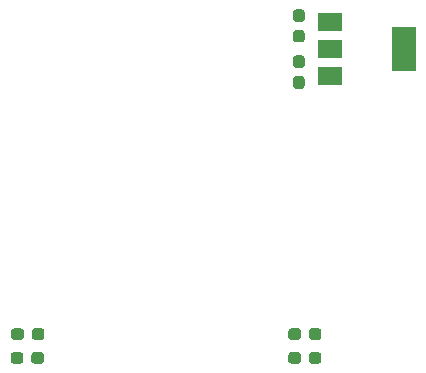
<source format=gbr>
G04 #@! TF.GenerationSoftware,KiCad,Pcbnew,(5.1.5)-3*
G04 #@! TF.CreationDate,2020-05-08T00:55:34-06:00*
G04 #@! TF.ProjectId,camera,63616d65-7261-42e6-9b69-6361645f7063,rev?*
G04 #@! TF.SameCoordinates,Original*
G04 #@! TF.FileFunction,Paste,Top*
G04 #@! TF.FilePolarity,Positive*
%FSLAX46Y46*%
G04 Gerber Fmt 4.6, Leading zero omitted, Abs format (unit mm)*
G04 Created by KiCad (PCBNEW (5.1.5)-3) date 2020-05-08 00:55:34*
%MOMM*%
%LPD*%
G04 APERTURE LIST*
%ADD10C,0.100000*%
%ADD11R,2.000000X3.800000*%
%ADD12R,2.000000X1.500000*%
G04 APERTURE END LIST*
D10*
G36*
X71911779Y-147850144D02*
G01*
X71934834Y-147853563D01*
X71957443Y-147859227D01*
X71979387Y-147867079D01*
X72000457Y-147877044D01*
X72020448Y-147889026D01*
X72039168Y-147902910D01*
X72056438Y-147918562D01*
X72072090Y-147935832D01*
X72085974Y-147954552D01*
X72097956Y-147974543D01*
X72107921Y-147995613D01*
X72115773Y-148017557D01*
X72121437Y-148040166D01*
X72124856Y-148063221D01*
X72126000Y-148086500D01*
X72126000Y-148561500D01*
X72124856Y-148584779D01*
X72121437Y-148607834D01*
X72115773Y-148630443D01*
X72107921Y-148652387D01*
X72097956Y-148673457D01*
X72085974Y-148693448D01*
X72072090Y-148712168D01*
X72056438Y-148729438D01*
X72039168Y-148745090D01*
X72020448Y-148758974D01*
X72000457Y-148770956D01*
X71979387Y-148780921D01*
X71957443Y-148788773D01*
X71934834Y-148794437D01*
X71911779Y-148797856D01*
X71888500Y-148799000D01*
X71313500Y-148799000D01*
X71290221Y-148797856D01*
X71267166Y-148794437D01*
X71244557Y-148788773D01*
X71222613Y-148780921D01*
X71201543Y-148770956D01*
X71181552Y-148758974D01*
X71162832Y-148745090D01*
X71145562Y-148729438D01*
X71129910Y-148712168D01*
X71116026Y-148693448D01*
X71104044Y-148673457D01*
X71094079Y-148652387D01*
X71086227Y-148630443D01*
X71080563Y-148607834D01*
X71077144Y-148584779D01*
X71076000Y-148561500D01*
X71076000Y-148086500D01*
X71077144Y-148063221D01*
X71080563Y-148040166D01*
X71086227Y-148017557D01*
X71094079Y-147995613D01*
X71104044Y-147974543D01*
X71116026Y-147954552D01*
X71129910Y-147935832D01*
X71145562Y-147918562D01*
X71162832Y-147902910D01*
X71181552Y-147889026D01*
X71201543Y-147877044D01*
X71222613Y-147867079D01*
X71244557Y-147859227D01*
X71267166Y-147853563D01*
X71290221Y-147850144D01*
X71313500Y-147849000D01*
X71888500Y-147849000D01*
X71911779Y-147850144D01*
G37*
G36*
X70161779Y-147850144D02*
G01*
X70184834Y-147853563D01*
X70207443Y-147859227D01*
X70229387Y-147867079D01*
X70250457Y-147877044D01*
X70270448Y-147889026D01*
X70289168Y-147902910D01*
X70306438Y-147918562D01*
X70322090Y-147935832D01*
X70335974Y-147954552D01*
X70347956Y-147974543D01*
X70357921Y-147995613D01*
X70365773Y-148017557D01*
X70371437Y-148040166D01*
X70374856Y-148063221D01*
X70376000Y-148086500D01*
X70376000Y-148561500D01*
X70374856Y-148584779D01*
X70371437Y-148607834D01*
X70365773Y-148630443D01*
X70357921Y-148652387D01*
X70347956Y-148673457D01*
X70335974Y-148693448D01*
X70322090Y-148712168D01*
X70306438Y-148729438D01*
X70289168Y-148745090D01*
X70270448Y-148758974D01*
X70250457Y-148770956D01*
X70229387Y-148780921D01*
X70207443Y-148788773D01*
X70184834Y-148794437D01*
X70161779Y-148797856D01*
X70138500Y-148799000D01*
X69563500Y-148799000D01*
X69540221Y-148797856D01*
X69517166Y-148794437D01*
X69494557Y-148788773D01*
X69472613Y-148780921D01*
X69451543Y-148770956D01*
X69431552Y-148758974D01*
X69412832Y-148745090D01*
X69395562Y-148729438D01*
X69379910Y-148712168D01*
X69366026Y-148693448D01*
X69354044Y-148673457D01*
X69344079Y-148652387D01*
X69336227Y-148630443D01*
X69330563Y-148607834D01*
X69327144Y-148584779D01*
X69326000Y-148561500D01*
X69326000Y-148086500D01*
X69327144Y-148063221D01*
X69330563Y-148040166D01*
X69336227Y-148017557D01*
X69344079Y-147995613D01*
X69354044Y-147974543D01*
X69366026Y-147954552D01*
X69379910Y-147935832D01*
X69395562Y-147918562D01*
X69412832Y-147902910D01*
X69431552Y-147889026D01*
X69451543Y-147877044D01*
X69472613Y-147867079D01*
X69494557Y-147859227D01*
X69517166Y-147853563D01*
X69540221Y-147850144D01*
X69563500Y-147849000D01*
X70138500Y-147849000D01*
X70161779Y-147850144D01*
G37*
G36*
X93669779Y-147850144D02*
G01*
X93692834Y-147853563D01*
X93715443Y-147859227D01*
X93737387Y-147867079D01*
X93758457Y-147877044D01*
X93778448Y-147889026D01*
X93797168Y-147902910D01*
X93814438Y-147918562D01*
X93830090Y-147935832D01*
X93843974Y-147954552D01*
X93855956Y-147974543D01*
X93865921Y-147995613D01*
X93873773Y-148017557D01*
X93879437Y-148040166D01*
X93882856Y-148063221D01*
X93884000Y-148086500D01*
X93884000Y-148561500D01*
X93882856Y-148584779D01*
X93879437Y-148607834D01*
X93873773Y-148630443D01*
X93865921Y-148652387D01*
X93855956Y-148673457D01*
X93843974Y-148693448D01*
X93830090Y-148712168D01*
X93814438Y-148729438D01*
X93797168Y-148745090D01*
X93778448Y-148758974D01*
X93758457Y-148770956D01*
X93737387Y-148780921D01*
X93715443Y-148788773D01*
X93692834Y-148794437D01*
X93669779Y-148797856D01*
X93646500Y-148799000D01*
X93071500Y-148799000D01*
X93048221Y-148797856D01*
X93025166Y-148794437D01*
X93002557Y-148788773D01*
X92980613Y-148780921D01*
X92959543Y-148770956D01*
X92939552Y-148758974D01*
X92920832Y-148745090D01*
X92903562Y-148729438D01*
X92887910Y-148712168D01*
X92874026Y-148693448D01*
X92862044Y-148673457D01*
X92852079Y-148652387D01*
X92844227Y-148630443D01*
X92838563Y-148607834D01*
X92835144Y-148584779D01*
X92834000Y-148561500D01*
X92834000Y-148086500D01*
X92835144Y-148063221D01*
X92838563Y-148040166D01*
X92844227Y-148017557D01*
X92852079Y-147995613D01*
X92862044Y-147974543D01*
X92874026Y-147954552D01*
X92887910Y-147935832D01*
X92903562Y-147918562D01*
X92920832Y-147902910D01*
X92939552Y-147889026D01*
X92959543Y-147877044D01*
X92980613Y-147867079D01*
X93002557Y-147859227D01*
X93025166Y-147853563D01*
X93048221Y-147850144D01*
X93071500Y-147849000D01*
X93646500Y-147849000D01*
X93669779Y-147850144D01*
G37*
G36*
X95419779Y-147850144D02*
G01*
X95442834Y-147853563D01*
X95465443Y-147859227D01*
X95487387Y-147867079D01*
X95508457Y-147877044D01*
X95528448Y-147889026D01*
X95547168Y-147902910D01*
X95564438Y-147918562D01*
X95580090Y-147935832D01*
X95593974Y-147954552D01*
X95605956Y-147974543D01*
X95615921Y-147995613D01*
X95623773Y-148017557D01*
X95629437Y-148040166D01*
X95632856Y-148063221D01*
X95634000Y-148086500D01*
X95634000Y-148561500D01*
X95632856Y-148584779D01*
X95629437Y-148607834D01*
X95623773Y-148630443D01*
X95615921Y-148652387D01*
X95605956Y-148673457D01*
X95593974Y-148693448D01*
X95580090Y-148712168D01*
X95564438Y-148729438D01*
X95547168Y-148745090D01*
X95528448Y-148758974D01*
X95508457Y-148770956D01*
X95487387Y-148780921D01*
X95465443Y-148788773D01*
X95442834Y-148794437D01*
X95419779Y-148797856D01*
X95396500Y-148799000D01*
X94821500Y-148799000D01*
X94798221Y-148797856D01*
X94775166Y-148794437D01*
X94752557Y-148788773D01*
X94730613Y-148780921D01*
X94709543Y-148770956D01*
X94689552Y-148758974D01*
X94670832Y-148745090D01*
X94653562Y-148729438D01*
X94637910Y-148712168D01*
X94624026Y-148693448D01*
X94612044Y-148673457D01*
X94602079Y-148652387D01*
X94594227Y-148630443D01*
X94588563Y-148607834D01*
X94585144Y-148584779D01*
X94584000Y-148561500D01*
X94584000Y-148086500D01*
X94585144Y-148063221D01*
X94588563Y-148040166D01*
X94594227Y-148017557D01*
X94602079Y-147995613D01*
X94612044Y-147974543D01*
X94624026Y-147954552D01*
X94637910Y-147935832D01*
X94653562Y-147918562D01*
X94670832Y-147902910D01*
X94689552Y-147889026D01*
X94709543Y-147877044D01*
X94730613Y-147867079D01*
X94752557Y-147859227D01*
X94775166Y-147853563D01*
X94798221Y-147850144D01*
X94821500Y-147849000D01*
X95396500Y-147849000D01*
X95419779Y-147850144D01*
G37*
G36*
X70206779Y-145830144D02*
G01*
X70229834Y-145833563D01*
X70252443Y-145839227D01*
X70274387Y-145847079D01*
X70295457Y-145857044D01*
X70315448Y-145869026D01*
X70334168Y-145882910D01*
X70351438Y-145898562D01*
X70367090Y-145915832D01*
X70380974Y-145934552D01*
X70392956Y-145954543D01*
X70402921Y-145975613D01*
X70410773Y-145997557D01*
X70416437Y-146020166D01*
X70419856Y-146043221D01*
X70421000Y-146066500D01*
X70421000Y-146541500D01*
X70419856Y-146564779D01*
X70416437Y-146587834D01*
X70410773Y-146610443D01*
X70402921Y-146632387D01*
X70392956Y-146653457D01*
X70380974Y-146673448D01*
X70367090Y-146692168D01*
X70351438Y-146709438D01*
X70334168Y-146725090D01*
X70315448Y-146738974D01*
X70295457Y-146750956D01*
X70274387Y-146760921D01*
X70252443Y-146768773D01*
X70229834Y-146774437D01*
X70206779Y-146777856D01*
X70183500Y-146779000D01*
X69608500Y-146779000D01*
X69585221Y-146777856D01*
X69562166Y-146774437D01*
X69539557Y-146768773D01*
X69517613Y-146760921D01*
X69496543Y-146750956D01*
X69476552Y-146738974D01*
X69457832Y-146725090D01*
X69440562Y-146709438D01*
X69424910Y-146692168D01*
X69411026Y-146673448D01*
X69399044Y-146653457D01*
X69389079Y-146632387D01*
X69381227Y-146610443D01*
X69375563Y-146587834D01*
X69372144Y-146564779D01*
X69371000Y-146541500D01*
X69371000Y-146066500D01*
X69372144Y-146043221D01*
X69375563Y-146020166D01*
X69381227Y-145997557D01*
X69389079Y-145975613D01*
X69399044Y-145954543D01*
X69411026Y-145934552D01*
X69424910Y-145915832D01*
X69440562Y-145898562D01*
X69457832Y-145882910D01*
X69476552Y-145869026D01*
X69496543Y-145857044D01*
X69517613Y-145847079D01*
X69539557Y-145839227D01*
X69562166Y-145833563D01*
X69585221Y-145830144D01*
X69608500Y-145829000D01*
X70183500Y-145829000D01*
X70206779Y-145830144D01*
G37*
G36*
X71956779Y-145830144D02*
G01*
X71979834Y-145833563D01*
X72002443Y-145839227D01*
X72024387Y-145847079D01*
X72045457Y-145857044D01*
X72065448Y-145869026D01*
X72084168Y-145882910D01*
X72101438Y-145898562D01*
X72117090Y-145915832D01*
X72130974Y-145934552D01*
X72142956Y-145954543D01*
X72152921Y-145975613D01*
X72160773Y-145997557D01*
X72166437Y-146020166D01*
X72169856Y-146043221D01*
X72171000Y-146066500D01*
X72171000Y-146541500D01*
X72169856Y-146564779D01*
X72166437Y-146587834D01*
X72160773Y-146610443D01*
X72152921Y-146632387D01*
X72142956Y-146653457D01*
X72130974Y-146673448D01*
X72117090Y-146692168D01*
X72101438Y-146709438D01*
X72084168Y-146725090D01*
X72065448Y-146738974D01*
X72045457Y-146750956D01*
X72024387Y-146760921D01*
X72002443Y-146768773D01*
X71979834Y-146774437D01*
X71956779Y-146777856D01*
X71933500Y-146779000D01*
X71358500Y-146779000D01*
X71335221Y-146777856D01*
X71312166Y-146774437D01*
X71289557Y-146768773D01*
X71267613Y-146760921D01*
X71246543Y-146750956D01*
X71226552Y-146738974D01*
X71207832Y-146725090D01*
X71190562Y-146709438D01*
X71174910Y-146692168D01*
X71161026Y-146673448D01*
X71149044Y-146653457D01*
X71139079Y-146632387D01*
X71131227Y-146610443D01*
X71125563Y-146587834D01*
X71122144Y-146564779D01*
X71121000Y-146541500D01*
X71121000Y-146066500D01*
X71122144Y-146043221D01*
X71125563Y-146020166D01*
X71131227Y-145997557D01*
X71139079Y-145975613D01*
X71149044Y-145954543D01*
X71161026Y-145934552D01*
X71174910Y-145915832D01*
X71190562Y-145898562D01*
X71207832Y-145882910D01*
X71226552Y-145869026D01*
X71246543Y-145857044D01*
X71267613Y-145847079D01*
X71289557Y-145839227D01*
X71312166Y-145833563D01*
X71335221Y-145830144D01*
X71358500Y-145829000D01*
X71933500Y-145829000D01*
X71956779Y-145830144D01*
G37*
G36*
X93986779Y-118820144D02*
G01*
X94009834Y-118823563D01*
X94032443Y-118829227D01*
X94054387Y-118837079D01*
X94075457Y-118847044D01*
X94095448Y-118859026D01*
X94114168Y-118872910D01*
X94131438Y-118888562D01*
X94147090Y-118905832D01*
X94160974Y-118924552D01*
X94172956Y-118944543D01*
X94182921Y-118965613D01*
X94190773Y-118987557D01*
X94196437Y-119010166D01*
X94199856Y-119033221D01*
X94201000Y-119056500D01*
X94201000Y-119631500D01*
X94199856Y-119654779D01*
X94196437Y-119677834D01*
X94190773Y-119700443D01*
X94182921Y-119722387D01*
X94172956Y-119743457D01*
X94160974Y-119763448D01*
X94147090Y-119782168D01*
X94131438Y-119799438D01*
X94114168Y-119815090D01*
X94095448Y-119828974D01*
X94075457Y-119840956D01*
X94054387Y-119850921D01*
X94032443Y-119858773D01*
X94009834Y-119864437D01*
X93986779Y-119867856D01*
X93963500Y-119869000D01*
X93488500Y-119869000D01*
X93465221Y-119867856D01*
X93442166Y-119864437D01*
X93419557Y-119858773D01*
X93397613Y-119850921D01*
X93376543Y-119840956D01*
X93356552Y-119828974D01*
X93337832Y-119815090D01*
X93320562Y-119799438D01*
X93304910Y-119782168D01*
X93291026Y-119763448D01*
X93279044Y-119743457D01*
X93269079Y-119722387D01*
X93261227Y-119700443D01*
X93255563Y-119677834D01*
X93252144Y-119654779D01*
X93251000Y-119631500D01*
X93251000Y-119056500D01*
X93252144Y-119033221D01*
X93255563Y-119010166D01*
X93261227Y-118987557D01*
X93269079Y-118965613D01*
X93279044Y-118944543D01*
X93291026Y-118924552D01*
X93304910Y-118905832D01*
X93320562Y-118888562D01*
X93337832Y-118872910D01*
X93356552Y-118859026D01*
X93376543Y-118847044D01*
X93397613Y-118837079D01*
X93419557Y-118829227D01*
X93442166Y-118823563D01*
X93465221Y-118820144D01*
X93488500Y-118819000D01*
X93963500Y-118819000D01*
X93986779Y-118820144D01*
G37*
G36*
X93986779Y-120570144D02*
G01*
X94009834Y-120573563D01*
X94032443Y-120579227D01*
X94054387Y-120587079D01*
X94075457Y-120597044D01*
X94095448Y-120609026D01*
X94114168Y-120622910D01*
X94131438Y-120638562D01*
X94147090Y-120655832D01*
X94160974Y-120674552D01*
X94172956Y-120694543D01*
X94182921Y-120715613D01*
X94190773Y-120737557D01*
X94196437Y-120760166D01*
X94199856Y-120783221D01*
X94201000Y-120806500D01*
X94201000Y-121381500D01*
X94199856Y-121404779D01*
X94196437Y-121427834D01*
X94190773Y-121450443D01*
X94182921Y-121472387D01*
X94172956Y-121493457D01*
X94160974Y-121513448D01*
X94147090Y-121532168D01*
X94131438Y-121549438D01*
X94114168Y-121565090D01*
X94095448Y-121578974D01*
X94075457Y-121590956D01*
X94054387Y-121600921D01*
X94032443Y-121608773D01*
X94009834Y-121614437D01*
X93986779Y-121617856D01*
X93963500Y-121619000D01*
X93488500Y-121619000D01*
X93465221Y-121617856D01*
X93442166Y-121614437D01*
X93419557Y-121608773D01*
X93397613Y-121600921D01*
X93376543Y-121590956D01*
X93356552Y-121578974D01*
X93337832Y-121565090D01*
X93320562Y-121549438D01*
X93304910Y-121532168D01*
X93291026Y-121513448D01*
X93279044Y-121493457D01*
X93269079Y-121472387D01*
X93261227Y-121450443D01*
X93255563Y-121427834D01*
X93252144Y-121404779D01*
X93251000Y-121381500D01*
X93251000Y-120806500D01*
X93252144Y-120783221D01*
X93255563Y-120760166D01*
X93261227Y-120737557D01*
X93269079Y-120715613D01*
X93279044Y-120694543D01*
X93291026Y-120674552D01*
X93304910Y-120655832D01*
X93320562Y-120638562D01*
X93337832Y-120622910D01*
X93356552Y-120609026D01*
X93376543Y-120597044D01*
X93397613Y-120587079D01*
X93419557Y-120579227D01*
X93442166Y-120573563D01*
X93465221Y-120570144D01*
X93488500Y-120569000D01*
X93963500Y-120569000D01*
X93986779Y-120570144D01*
G37*
G36*
X93986779Y-122720144D02*
G01*
X94009834Y-122723563D01*
X94032443Y-122729227D01*
X94054387Y-122737079D01*
X94075457Y-122747044D01*
X94095448Y-122759026D01*
X94114168Y-122772910D01*
X94131438Y-122788562D01*
X94147090Y-122805832D01*
X94160974Y-122824552D01*
X94172956Y-122844543D01*
X94182921Y-122865613D01*
X94190773Y-122887557D01*
X94196437Y-122910166D01*
X94199856Y-122933221D01*
X94201000Y-122956500D01*
X94201000Y-123531500D01*
X94199856Y-123554779D01*
X94196437Y-123577834D01*
X94190773Y-123600443D01*
X94182921Y-123622387D01*
X94172956Y-123643457D01*
X94160974Y-123663448D01*
X94147090Y-123682168D01*
X94131438Y-123699438D01*
X94114168Y-123715090D01*
X94095448Y-123728974D01*
X94075457Y-123740956D01*
X94054387Y-123750921D01*
X94032443Y-123758773D01*
X94009834Y-123764437D01*
X93986779Y-123767856D01*
X93963500Y-123769000D01*
X93488500Y-123769000D01*
X93465221Y-123767856D01*
X93442166Y-123764437D01*
X93419557Y-123758773D01*
X93397613Y-123750921D01*
X93376543Y-123740956D01*
X93356552Y-123728974D01*
X93337832Y-123715090D01*
X93320562Y-123699438D01*
X93304910Y-123682168D01*
X93291026Y-123663448D01*
X93279044Y-123643457D01*
X93269079Y-123622387D01*
X93261227Y-123600443D01*
X93255563Y-123577834D01*
X93252144Y-123554779D01*
X93251000Y-123531500D01*
X93251000Y-122956500D01*
X93252144Y-122933221D01*
X93255563Y-122910166D01*
X93261227Y-122887557D01*
X93269079Y-122865613D01*
X93279044Y-122844543D01*
X93291026Y-122824552D01*
X93304910Y-122805832D01*
X93320562Y-122788562D01*
X93337832Y-122772910D01*
X93356552Y-122759026D01*
X93376543Y-122747044D01*
X93397613Y-122737079D01*
X93419557Y-122729227D01*
X93442166Y-122723563D01*
X93465221Y-122720144D01*
X93488500Y-122719000D01*
X93963500Y-122719000D01*
X93986779Y-122720144D01*
G37*
G36*
X93986779Y-124470144D02*
G01*
X94009834Y-124473563D01*
X94032443Y-124479227D01*
X94054387Y-124487079D01*
X94075457Y-124497044D01*
X94095448Y-124509026D01*
X94114168Y-124522910D01*
X94131438Y-124538562D01*
X94147090Y-124555832D01*
X94160974Y-124574552D01*
X94172956Y-124594543D01*
X94182921Y-124615613D01*
X94190773Y-124637557D01*
X94196437Y-124660166D01*
X94199856Y-124683221D01*
X94201000Y-124706500D01*
X94201000Y-125281500D01*
X94199856Y-125304779D01*
X94196437Y-125327834D01*
X94190773Y-125350443D01*
X94182921Y-125372387D01*
X94172956Y-125393457D01*
X94160974Y-125413448D01*
X94147090Y-125432168D01*
X94131438Y-125449438D01*
X94114168Y-125465090D01*
X94095448Y-125478974D01*
X94075457Y-125490956D01*
X94054387Y-125500921D01*
X94032443Y-125508773D01*
X94009834Y-125514437D01*
X93986779Y-125517856D01*
X93963500Y-125519000D01*
X93488500Y-125519000D01*
X93465221Y-125517856D01*
X93442166Y-125514437D01*
X93419557Y-125508773D01*
X93397613Y-125500921D01*
X93376543Y-125490956D01*
X93356552Y-125478974D01*
X93337832Y-125465090D01*
X93320562Y-125449438D01*
X93304910Y-125432168D01*
X93291026Y-125413448D01*
X93279044Y-125393457D01*
X93269079Y-125372387D01*
X93261227Y-125350443D01*
X93255563Y-125327834D01*
X93252144Y-125304779D01*
X93251000Y-125281500D01*
X93251000Y-124706500D01*
X93252144Y-124683221D01*
X93255563Y-124660166D01*
X93261227Y-124637557D01*
X93269079Y-124615613D01*
X93279044Y-124594543D01*
X93291026Y-124574552D01*
X93304910Y-124555832D01*
X93320562Y-124538562D01*
X93337832Y-124522910D01*
X93356552Y-124509026D01*
X93376543Y-124497044D01*
X93397613Y-124487079D01*
X93419557Y-124479227D01*
X93442166Y-124473563D01*
X93465221Y-124470144D01*
X93488500Y-124469000D01*
X93963500Y-124469000D01*
X93986779Y-124470144D01*
G37*
G36*
X93669779Y-145830144D02*
G01*
X93692834Y-145833563D01*
X93715443Y-145839227D01*
X93737387Y-145847079D01*
X93758457Y-145857044D01*
X93778448Y-145869026D01*
X93797168Y-145882910D01*
X93814438Y-145898562D01*
X93830090Y-145915832D01*
X93843974Y-145934552D01*
X93855956Y-145954543D01*
X93865921Y-145975613D01*
X93873773Y-145997557D01*
X93879437Y-146020166D01*
X93882856Y-146043221D01*
X93884000Y-146066500D01*
X93884000Y-146541500D01*
X93882856Y-146564779D01*
X93879437Y-146587834D01*
X93873773Y-146610443D01*
X93865921Y-146632387D01*
X93855956Y-146653457D01*
X93843974Y-146673448D01*
X93830090Y-146692168D01*
X93814438Y-146709438D01*
X93797168Y-146725090D01*
X93778448Y-146738974D01*
X93758457Y-146750956D01*
X93737387Y-146760921D01*
X93715443Y-146768773D01*
X93692834Y-146774437D01*
X93669779Y-146777856D01*
X93646500Y-146779000D01*
X93071500Y-146779000D01*
X93048221Y-146777856D01*
X93025166Y-146774437D01*
X93002557Y-146768773D01*
X92980613Y-146760921D01*
X92959543Y-146750956D01*
X92939552Y-146738974D01*
X92920832Y-146725090D01*
X92903562Y-146709438D01*
X92887910Y-146692168D01*
X92874026Y-146673448D01*
X92862044Y-146653457D01*
X92852079Y-146632387D01*
X92844227Y-146610443D01*
X92838563Y-146587834D01*
X92835144Y-146564779D01*
X92834000Y-146541500D01*
X92834000Y-146066500D01*
X92835144Y-146043221D01*
X92838563Y-146020166D01*
X92844227Y-145997557D01*
X92852079Y-145975613D01*
X92862044Y-145954543D01*
X92874026Y-145934552D01*
X92887910Y-145915832D01*
X92903562Y-145898562D01*
X92920832Y-145882910D01*
X92939552Y-145869026D01*
X92959543Y-145857044D01*
X92980613Y-145847079D01*
X93002557Y-145839227D01*
X93025166Y-145833563D01*
X93048221Y-145830144D01*
X93071500Y-145829000D01*
X93646500Y-145829000D01*
X93669779Y-145830144D01*
G37*
G36*
X95419779Y-145830144D02*
G01*
X95442834Y-145833563D01*
X95465443Y-145839227D01*
X95487387Y-145847079D01*
X95508457Y-145857044D01*
X95528448Y-145869026D01*
X95547168Y-145882910D01*
X95564438Y-145898562D01*
X95580090Y-145915832D01*
X95593974Y-145934552D01*
X95605956Y-145954543D01*
X95615921Y-145975613D01*
X95623773Y-145997557D01*
X95629437Y-146020166D01*
X95632856Y-146043221D01*
X95634000Y-146066500D01*
X95634000Y-146541500D01*
X95632856Y-146564779D01*
X95629437Y-146587834D01*
X95623773Y-146610443D01*
X95615921Y-146632387D01*
X95605956Y-146653457D01*
X95593974Y-146673448D01*
X95580090Y-146692168D01*
X95564438Y-146709438D01*
X95547168Y-146725090D01*
X95528448Y-146738974D01*
X95508457Y-146750956D01*
X95487387Y-146760921D01*
X95465443Y-146768773D01*
X95442834Y-146774437D01*
X95419779Y-146777856D01*
X95396500Y-146779000D01*
X94821500Y-146779000D01*
X94798221Y-146777856D01*
X94775166Y-146774437D01*
X94752557Y-146768773D01*
X94730613Y-146760921D01*
X94709543Y-146750956D01*
X94689552Y-146738974D01*
X94670832Y-146725090D01*
X94653562Y-146709438D01*
X94637910Y-146692168D01*
X94624026Y-146673448D01*
X94612044Y-146653457D01*
X94602079Y-146632387D01*
X94594227Y-146610443D01*
X94588563Y-146587834D01*
X94585144Y-146564779D01*
X94584000Y-146541500D01*
X94584000Y-146066500D01*
X94585144Y-146043221D01*
X94588563Y-146020166D01*
X94594227Y-145997557D01*
X94602079Y-145975613D01*
X94612044Y-145954543D01*
X94624026Y-145934552D01*
X94637910Y-145915832D01*
X94653562Y-145898562D01*
X94670832Y-145882910D01*
X94689552Y-145869026D01*
X94709543Y-145857044D01*
X94730613Y-145847079D01*
X94752557Y-145839227D01*
X94775166Y-145833563D01*
X94798221Y-145830144D01*
X94821500Y-145829000D01*
X95396500Y-145829000D01*
X95419779Y-145830144D01*
G37*
D11*
X102658000Y-122169000D03*
D12*
X96358000Y-122169000D03*
X96358000Y-124469000D03*
X96358000Y-119869000D03*
M02*

</source>
